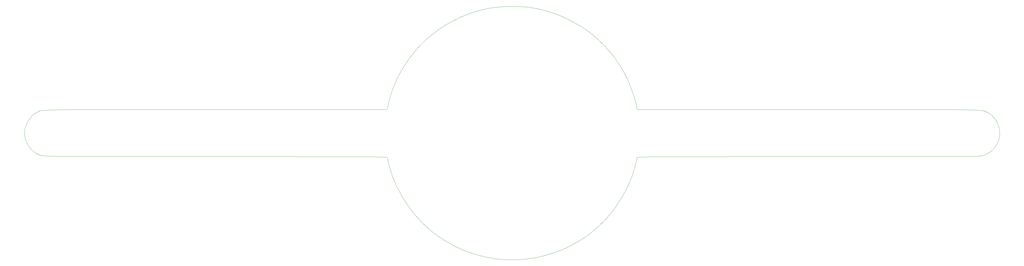
<source format=gbr>
%TF.GenerationSoftware,Flux,Pcbnew,7.0.11-7.0.11~ubuntu20.04.1*%
%TF.CreationDate,2024-08-21T17:33:55+00:00*%
%TF.ProjectId,input,696e7075-742e-46b6-9963-61645f706362,rev?*%
%TF.SameCoordinates,Original*%
%TF.FileFunction,Profile,NP*%
%FSLAX46Y46*%
G04 Gerber Fmt 4.6, Leading zero omitted, Abs format (unit mm)*
G04 Filename: practical-fuchsia-massive-robot-spider*
G04 Build it with Flux! Visit our site at: https://www.flux.ai (PCBNEW 7.0.11-7.0.11~ubuntu20.04.1) date 2024-08-21 17:33:55*
%MOMM*%
%LPD*%
G01*
G04 APERTURE LIST*
%TA.AperFunction,Profile*%
%ADD10C,0.050000*%
%TD*%
G04 APERTURE END LIST*
D10*
X-4000000Y38900000D02*
X-6592801Y38499630D01*
X-6592801Y38499630D02*
X-9174074Y37942037D01*
X-9174074Y37942037D02*
X-11733125Y37232500D01*
X-11733125Y37232500D02*
X-14259259Y36376296D01*
X-14259259Y36376296D02*
X-16741782Y35378704D01*
X-16741782Y35378704D02*
X-19170000Y34245000D01*
X-19170000Y34245000D02*
X-21533218Y32980463D01*
X-21533218Y32980463D02*
X-23820741Y31590370D01*
X-23820741Y31590370D02*
X-26021875Y30080000D01*
X-26021875Y30080000D02*
X-28125926Y28454630D01*
X-28125926Y28454630D02*
X-30122199Y26719537D01*
X-30122199Y26719537D02*
X-32000000Y24880000D01*
X-32000000Y24880000D02*
X-33490544Y23253843D01*
X-33490544Y23253843D02*
X-34909352Y21550741D01*
X-34909352Y21550741D02*
X-36252187Y19778750D01*
X-36252187Y19778750D02*
X-37514815Y17945926D01*
X-37514815Y17945926D02*
X-38692998Y16060324D01*
X-38692998Y16060324D02*
X-39782500Y14130000D01*
X-39782500Y14130000D02*
X-40779086Y12163009D01*
X-40779086Y12163009D02*
X-41678519Y10167407D01*
X-41678519Y10167407D02*
X-42476562Y8151250D01*
X-42476562Y8151250D02*
X-43168981Y6122593D01*
X-43168981Y6122593D02*
X-43751539Y4089491D01*
X-43751539Y4089491D02*
X-44220000Y2060000D01*
X-44220000Y2060000D02*
X-44480000Y800000D01*
X-44480000Y800000D02*
X-107900000Y800000D01*
X-107900000Y800000D02*
X-123593692Y800556D01*
X-123593692Y800556D02*
X-136519537Y799444D01*
X-136519537Y799444D02*
X-146954688Y792500D01*
X-146954688Y792500D02*
X-155176296Y775556D01*
X-155176296Y775556D02*
X-161461516Y744444D01*
X-161461516Y744444D02*
X-166087500Y695000D01*
X-166087500Y695000D02*
X-169331400Y623056D01*
X-169331400Y623056D02*
X-171470370Y524444D01*
X-171470370Y524444D02*
X-172781563Y395000D01*
X-172781563Y395000D02*
X-173542130Y230556D01*
X-173542130Y230556D02*
X-174029225Y26944D01*
X-174029225Y26944D02*
X-174520000Y-220000D01*
X-174520000Y-220000D02*
X-175149861Y-569306D01*
X-175149861Y-569306D02*
X-175755556Y-1001111D01*
X-175755556Y-1001111D02*
X-176331250Y-1506250D01*
X-176331250Y-1506250D02*
X-176871111Y-2075556D01*
X-176871111Y-2075556D02*
X-177369306Y-2699861D01*
X-177369306Y-2699861D02*
X-177820000Y-3370000D01*
X-177820000Y-3370000D02*
X-178217361Y-4076806D01*
X-178217361Y-4076806D02*
X-178555556Y-4811111D01*
X-178555556Y-4811111D02*
X-178828750Y-5563750D01*
X-178828750Y-5563750D02*
X-179031111Y-6325556D01*
X-179031111Y-6325556D02*
X-179156806Y-7087361D01*
X-179156806Y-7087361D02*
X-179200000Y-7840000D01*
X-179200000Y-7840000D02*
X-179160694Y-8636690D01*
X-179160694Y-8636690D02*
X-179045556Y-9431852D01*
X-179045556Y-9431852D02*
X-178858750Y-10218125D01*
X-178858750Y-10218125D02*
X-178604444Y-10988148D01*
X-178604444Y-10988148D02*
X-178286806Y-11734560D01*
X-178286806Y-11734560D02*
X-177910000Y-12450000D01*
X-177910000Y-12450000D02*
X-177478194Y-13127106D01*
X-177478194Y-13127106D02*
X-176995556Y-13758519D01*
X-176995556Y-13758519D02*
X-176466250Y-14336875D01*
X-176466250Y-14336875D02*
X-175894444Y-14854815D01*
X-175894444Y-14854815D02*
X-175284306Y-15304977D01*
X-175284306Y-15304977D02*
X-174640000Y-15680000D01*
X-174640000Y-15680000D02*
X-174149132Y-15954120D01*
X-174149132Y-15954120D02*
X-173678056Y-16179630D01*
X-173678056Y-16179630D02*
X-172944063Y-16361250D01*
X-172944063Y-16361250D02*
X-171664444Y-16503704D01*
X-171664444Y-16503704D02*
X-169556493Y-16611713D01*
X-169556493Y-16611713D02*
X-166337500Y-16690000D01*
X-166337500Y-16690000D02*
X-161724757Y-16743287D01*
X-161724757Y-16743287D02*
X-155435556Y-16776296D01*
X-155435556Y-16776296D02*
X-147187188Y-16793750D01*
X-147187188Y-16793750D02*
X-136696944Y-16800370D01*
X-136696944Y-16800370D02*
X-123682118Y-16800880D01*
X-123682118Y-16800880D02*
X-107860000Y-16800000D01*
X-107860000Y-16800000D02*
X-93944178Y-16800579D01*
X-93944178Y-16800579D02*
X-82221759Y-16802963D01*
X-82221759Y-16802963D02*
X-72505312Y-16808125D01*
X-72505312Y-16808125D02*
X-64607407Y-16817037D01*
X-64607407Y-16817037D02*
X-58340613Y-16830671D01*
X-58340613Y-16830671D02*
X-53517500Y-16850000D01*
X-53517500Y-16850000D02*
X-49950637Y-16875995D01*
X-49950637Y-16875995D02*
X-47452593Y-16909630D01*
X-47452593Y-16909630D02*
X-45835938Y-16951875D01*
X-45835938Y-16951875D02*
X-44913241Y-17003704D01*
X-44913241Y-17003704D02*
X-44497072Y-17066088D01*
X-44497072Y-17066088D02*
X-44400000Y-17140000D01*
X-44400000Y-17140000D02*
X-44375590Y-17385081D01*
X-44375590Y-17385081D02*
X-44306389Y-17765648D01*
X-44306389Y-17765648D02*
X-44198437Y-18259688D01*
X-44198437Y-18259688D02*
X-44057778Y-18845185D01*
X-44057778Y-18845185D02*
X-43890451Y-19500127D01*
X-43890451Y-19500127D02*
X-43702500Y-20202500D01*
X-43702500Y-20202500D02*
X-43499965Y-20930289D01*
X-43499965Y-20930289D02*
X-43288889Y-21661481D01*
X-43288889Y-21661481D02*
X-43075312Y-22374062D01*
X-43075312Y-22374062D02*
X-42865278Y-23046019D01*
X-42865278Y-23046019D02*
X-42664826Y-23655336D01*
X-42664826Y-23655336D02*
X-42480000Y-24180000D01*
X-42480000Y-24180000D02*
X-42369560Y-24466134D01*
X-42369560Y-24466134D02*
X-42239815Y-24790741D01*
X-42239815Y-24790741D02*
X-42093125Y-25148125D01*
X-42093125Y-25148125D02*
X-41931852Y-25532593D01*
X-41931852Y-25532593D02*
X-41758356Y-25938449D01*
X-41758356Y-25938449D02*
X-41575000Y-26360000D01*
X-41575000Y-26360000D02*
X-41384144Y-26791551D01*
X-41384144Y-26791551D02*
X-41188148Y-27227407D01*
X-41188148Y-27227407D02*
X-40989375Y-27661875D01*
X-40989375Y-27661875D02*
X-40790185Y-28089259D01*
X-40790185Y-28089259D02*
X-40592940Y-28503866D01*
X-40592940Y-28503866D02*
X-40400000Y-28900000D01*
X-40400000Y-28900000D02*
X-38537639Y-32338796D01*
X-38537639Y-32338796D02*
X-36419444Y-35578704D01*
X-36419444Y-35578704D02*
X-34058750Y-38610000D01*
X-34058750Y-38610000D02*
X-31468889Y-41422963D01*
X-31468889Y-41422963D02*
X-28663194Y-44007870D01*
X-28663194Y-44007870D02*
X-25655000Y-46355000D01*
X-25655000Y-46355000D02*
X-22457639Y-48454630D01*
X-22457639Y-48454630D02*
X-19084444Y-50297037D01*
X-19084444Y-50297037D02*
X-15548750Y-51872500D01*
X-15548750Y-51872500D02*
X-11863889Y-53171296D01*
X-11863889Y-53171296D02*
X-8043194Y-54183704D01*
X-8043194Y-54183704D02*
X-4100000Y-54900000D01*
X-4100000Y-54900000D02*
X-3355787Y-54987083D01*
X-3355787Y-54987083D02*
X-2462963Y-55058333D01*
X-2462963Y-55058333D02*
X-1451250Y-55113750D01*
X-1451250Y-55113750D02*
X-350370Y-55153333D01*
X-350370Y-55153333D02*
X809954Y-55177083D01*
X809954Y-55177083D02*
X2000000Y-55185000D01*
X2000000Y-55185000D02*
X3190046Y-55177083D01*
X3190046Y-55177083D02*
X4350370Y-55153333D01*
X4350370Y-55153333D02*
X5451250Y-55113750D01*
X5451250Y-55113750D02*
X6462963Y-55058333D01*
X6462963Y-55058333D02*
X7355787Y-54987083D01*
X7355787Y-54987083D02*
X8100000Y-54900000D01*
X8100000Y-54900000D02*
X11066435Y-54389340D01*
X11066435Y-54389340D02*
X13971481Y-53709722D01*
X13971481Y-53709722D02*
X16808750Y-52864687D01*
X16808750Y-52864687D02*
X19571852Y-51857778D01*
X19571852Y-51857778D02*
X22254398Y-50692535D01*
X22254398Y-50692535D02*
X24850000Y-49372500D01*
X24850000Y-49372500D02*
X27352269Y-47901215D01*
X27352269Y-47901215D02*
X29754815Y-46282222D01*
X29754815Y-46282222D02*
X32051250Y-44519062D01*
X32051250Y-44519062D02*
X34235185Y-42615278D01*
X34235185Y-42615278D02*
X36300231Y-40574410D01*
X36300231Y-40574410D02*
X38240000Y-38400000D01*
X38240000Y-38400000D02*
X39057164Y-37392604D01*
X39057164Y-37392604D02*
X39865648Y-36325833D01*
X39865648Y-36325833D02*
X40660938Y-35207812D01*
X40660938Y-35207812D02*
X41438519Y-34046667D01*
X41438519Y-34046667D02*
X42193877Y-32850521D01*
X42193877Y-32850521D02*
X42922500Y-31627500D01*
X42922500Y-31627500D02*
X43619873Y-30385729D01*
X43619873Y-30385729D02*
X44281481Y-29133333D01*
X44281481Y-29133333D02*
X44902813Y-27878438D01*
X44902813Y-27878438D02*
X45479352Y-26629167D01*
X45479352Y-26629167D02*
X46006586Y-25393646D01*
X46006586Y-25393646D02*
X46480000Y-24180000D01*
X46480000Y-24180000D02*
X46664826Y-23655336D01*
X46664826Y-23655336D02*
X46865278Y-23046019D01*
X46865278Y-23046019D02*
X47075313Y-22374062D01*
X47075313Y-22374062D02*
X47288889Y-21661481D01*
X47288889Y-21661481D02*
X47499965Y-20930289D01*
X47499965Y-20930289D02*
X47702500Y-20202500D01*
X47702500Y-20202500D02*
X47890451Y-19500127D01*
X47890451Y-19500127D02*
X48057778Y-18845185D01*
X48057778Y-18845185D02*
X48198438Y-18259688D01*
X48198438Y-18259688D02*
X48306389Y-17765648D01*
X48306389Y-17765648D02*
X48375590Y-17385081D01*
X48375590Y-17385081D02*
X48400000Y-17140000D01*
X48400000Y-17140000D02*
X48497130Y-17066088D01*
X48497130Y-17066088D02*
X48913704Y-17003704D01*
X48913704Y-17003704D02*
X49837500Y-16951875D01*
X49837500Y-16951875D02*
X51456296Y-16909630D01*
X51456296Y-16909630D02*
X53957870Y-16875995D01*
X53957870Y-16875995D02*
X57530000Y-16850000D01*
X57530000Y-16850000D02*
X62360463Y-16830671D01*
X62360463Y-16830671D02*
X68637037Y-16817037D01*
X68637037Y-16817037D02*
X76547500Y-16808125D01*
X76547500Y-16808125D02*
X86279630Y-16802963D01*
X86279630Y-16802963D02*
X98021204Y-16800579D01*
X98021204Y-16800579D02*
X111960000Y-16800000D01*
X111960000Y-16800000D02*
X125371968Y-16799433D01*
X125371968Y-16799433D02*
X136777407Y-16797130D01*
X136777407Y-16797130D02*
X146340625Y-16792188D01*
X146340625Y-16792188D02*
X154225926Y-16783704D01*
X154225926Y-16783704D02*
X160597616Y-16770775D01*
X160597616Y-16770775D02*
X165620000Y-16752500D01*
X165620000Y-16752500D02*
X169457384Y-16727975D01*
X169457384Y-16727975D02*
X172274074Y-16696296D01*
X172274074Y-16696296D02*
X174234375Y-16656563D01*
X174234375Y-16656563D02*
X175502593Y-16607870D01*
X175502593Y-16607870D02*
X176243032Y-16549317D01*
X176243032Y-16549317D02*
X176620000Y-16480000D01*
X176620000Y-16480000D02*
X177474306Y-16189063D01*
X177474306Y-16189063D02*
X178276111Y-15837500D01*
X178276111Y-15837500D02*
X179023750Y-15427188D01*
X179023750Y-15427188D02*
X179715556Y-14960000D01*
X179715556Y-14960000D02*
X180349861Y-14437812D01*
X180349861Y-14437812D02*
X180925000Y-13862500D01*
X180925000Y-13862500D02*
X181439306Y-13235938D01*
X181439306Y-13235938D02*
X181891111Y-12560000D01*
X181891111Y-12560000D02*
X182278750Y-11836563D01*
X182278750Y-11836563D02*
X182600556Y-11067500D01*
X182600556Y-11067500D02*
X182854861Y-10254688D01*
X182854861Y-10254688D02*
X183040000Y-9400000D01*
X183040000Y-9400000D02*
X183142870Y-8503669D01*
X183142870Y-8503669D02*
X183144630Y-7601019D01*
X183144630Y-7601019D02*
X183050000Y-6701562D01*
X183050000Y-6701562D02*
X182863704Y-5814815D01*
X182863704Y-5814815D02*
X182590463Y-4950289D01*
X182590463Y-4950289D02*
X182235000Y-4117500D01*
X182235000Y-4117500D02*
X181802037Y-3325961D01*
X181802037Y-3325961D02*
X181296296Y-2585185D01*
X181296296Y-2585185D02*
X180722500Y-1904688D01*
X180722500Y-1904688D02*
X180085370Y-1293981D01*
X180085370Y-1293981D02*
X179389630Y-762581D01*
X179389630Y-762581D02*
X178640000Y-320000D01*
X178640000Y-320000D02*
X178149155Y-45880D01*
X178149155Y-45880D02*
X177678241Y179630D01*
X177678241Y179630D02*
X176944688Y361250D01*
X176944688Y361250D02*
X175665926Y503704D01*
X175665926Y503704D02*
X173559387Y611713D01*
X173559387Y611713D02*
X170342500Y690000D01*
X170342500Y690000D02*
X165732697Y743287D01*
X165732697Y743287D02*
X159447407Y776296D01*
X159447407Y776296D02*
X151204063Y793750D01*
X151204063Y793750D02*
X140720093Y800370D01*
X140720093Y800370D02*
X127712928Y800880D01*
X127712928Y800880D02*
X111900000Y800000D01*
X111900000Y800000D02*
X48480000Y800000D01*
X48480000Y800000D02*
X48220000Y2160000D01*
X48220000Y2160000D02*
X48067303Y2841505D01*
X48067303Y2841505D02*
X47863426Y3623704D01*
X47863426Y3623704D02*
X47614688Y4488125D01*
X47614688Y4488125D02*
X47327407Y5416296D01*
X47327407Y5416296D02*
X47007905Y6389745D01*
X47007905Y6389745D02*
X46662500Y7390000D01*
X46662500Y7390000D02*
X46297512Y8398588D01*
X46297512Y8398588D02*
X45919259Y9397037D01*
X45919259Y9397037D02*
X45534063Y10366875D01*
X45534063Y10366875D02*
X45148241Y11289630D01*
X45148241Y11289630D02*
X44768113Y12146829D01*
X44768113Y12146829D02*
X44400000Y12920000D01*
X44400000Y12920000D02*
X43844780Y14012373D01*
X43844780Y14012373D02*
X43268241Y15080648D01*
X43268241Y15080648D02*
X42669063Y16126562D01*
X42669063Y16126562D02*
X42045926Y17151852D01*
X42045926Y17151852D02*
X41397512Y18158252D01*
X41397512Y18158252D02*
X40722500Y19147500D01*
X40722500Y19147500D02*
X40019572Y20121331D01*
X40019572Y20121331D02*
X39287407Y21081481D01*
X39287407Y21081481D02*
X38524688Y22029688D01*
X38524688Y22029688D02*
X37730093Y22967685D01*
X37730093Y22967685D02*
X36902303Y23897211D01*
X36902303Y23897211D02*
X36040000Y24820000D01*
X36040000Y24820000D02*
X34160914Y26673715D01*
X34160914Y26673715D02*
X32160648Y28421389D01*
X32160648Y28421389D02*
X30049688Y30057812D01*
X30049688Y30057812D02*
X27838519Y31577778D01*
X27838519Y31577778D02*
X25537627Y32976076D01*
X25537627Y32976076D02*
X23157500Y34247500D01*
X23157500Y34247500D02*
X20708623Y35386840D01*
X20708623Y35386840D02*
X18201481Y36388889D01*
X18201481Y36388889D02*
X15646562Y37248438D01*
X15646562Y37248438D02*
X13054352Y37960278D01*
X13054352Y37960278D02*
X10435336Y38519201D01*
X10435336Y38519201D02*
X7800000Y38920000D01*
X7800000Y38920000D02*
X7025081Y38997523D01*
X7025081Y38997523D02*
X6135648Y39060185D01*
X6135648Y39060185D02*
X5154688Y39108125D01*
X5154688Y39108125D02*
X4105185Y39141481D01*
X4105185Y39141481D02*
X3010127Y39160394D01*
X3010127Y39160394D02*
X1892500Y39165000D01*
X1892500Y39165000D02*
X775289Y39155440D01*
X775289Y39155440D02*
X-318519Y39131852D01*
X-318519Y39131852D02*
X-1365938Y39094375D01*
X-1365938Y39094375D02*
X-2343981Y39043148D01*
X-2343981Y39043148D02*
X-3229664Y38978310D01*
X-3229664Y38978310D02*
X-4000000Y38900000D01*
M02*

</source>
